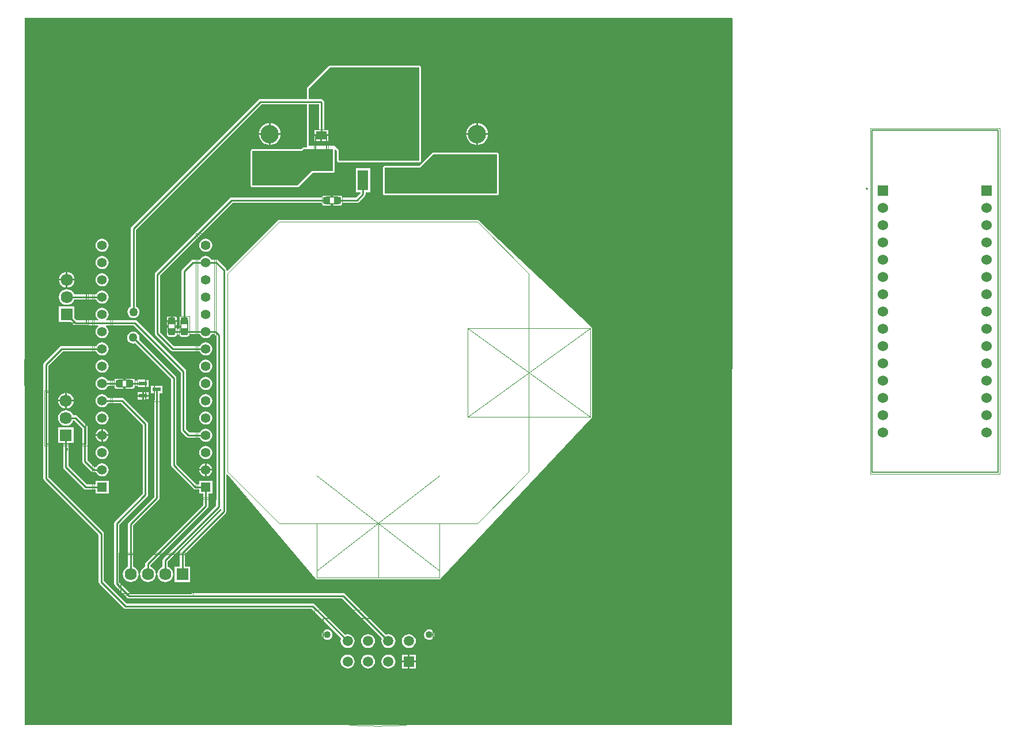
<source format=gtl>
G04*
G04 #@! TF.GenerationSoftware,Altium Limited,Altium Designer,20.0.10 (225)*
G04*
G04 Layer_Physical_Order=1*
G04 Layer_Color=255*
%FSLAX25Y25*%
%MOIN*%
G70*
G01*
G75*
%ADD10C,0.01181*%
%ADD11C,0.00787*%
%ADD12C,0.00500*%
%ADD13C,0.00600*%
%ADD14C,0.01000*%
%ADD15C,0.00050*%
%ADD16C,0.00394*%
%ADD17C,0.00197*%
G04:AMPARAMS|DCode=18|XSize=37.01mil|YSize=40.16mil|CornerRadius=3.7mil|HoleSize=0mil|Usage=FLASHONLY|Rotation=270.000|XOffset=0mil|YOffset=0mil|HoleType=Round|Shape=RoundedRectangle|*
%AMROUNDEDRECTD18*
21,1,0.03701,0.03276,0,0,270.0*
21,1,0.02961,0.04016,0,0,270.0*
1,1,0.00740,-0.01638,-0.01480*
1,1,0.00740,-0.01638,0.01480*
1,1,0.00740,0.01638,0.01480*
1,1,0.00740,0.01638,-0.01480*
%
%ADD18ROUNDEDRECTD18*%
%ADD19R,0.05906X0.04921*%
G04:AMPARAMS|DCode=20|XSize=37.01mil|YSize=40.16mil|CornerRadius=3.7mil|HoleSize=0mil|Usage=FLASHONLY|Rotation=0.000|XOffset=0mil|YOffset=0mil|HoleType=Round|Shape=RoundedRectangle|*
%AMROUNDEDRECTD20*
21,1,0.03701,0.03276,0,0,0.0*
21,1,0.02961,0.04016,0,0,0.0*
1,1,0.00740,0.01480,-0.01638*
1,1,0.00740,-0.01480,-0.01638*
1,1,0.00740,-0.01480,0.01638*
1,1,0.00740,0.01480,0.01638*
%
%ADD20ROUNDEDRECTD20*%
%ADD21R,0.26378X0.26378*%
%ADD22R,0.06299X0.11811*%
%ADD23R,0.04646X0.02402*%
%ADD42C,0.07028*%
%ADD43R,0.07028X0.07028*%
%ADD44C,0.06024*%
%ADD45R,0.06024X0.06024*%
%ADD46C,0.10630*%
%ADD47C,0.05472*%
%ADD48R,0.05472X0.05472*%
%ADD49R,0.05984X0.05984*%
%ADD50C,0.05984*%
%ADD51C,0.04016*%
%ADD52R,0.07028X0.07028*%
%ADD53C,0.05000*%
G36*
X441002Y441572D02*
X441355Y441219D01*
X440941Y32124D01*
X31699Y32124D01*
X31699Y441572D01*
X441002Y441572D01*
D02*
G37*
%LPC*%
G36*
X294000Y380639D02*
Y374843D01*
X299796D01*
X299724Y375581D01*
X299362Y376771D01*
X298776Y377868D01*
X297987Y378830D01*
X297025Y379619D01*
X295928Y380205D01*
X294738Y380566D01*
X294000Y380639D01*
D02*
G37*
G36*
X174000D02*
Y374843D01*
X179796D01*
X179724Y375581D01*
X179362Y376771D01*
X178776Y377868D01*
X177987Y378830D01*
X177025Y379619D01*
X175928Y380205D01*
X174738Y380566D01*
X174000Y380639D01*
D02*
G37*
G36*
X293000D02*
X292262Y380566D01*
X291072Y380205D01*
X289975Y379619D01*
X289013Y378830D01*
X288224Y377868D01*
X287637Y376771D01*
X287276Y375581D01*
X287204Y374843D01*
X293000D01*
Y380639D01*
D02*
G37*
G36*
X173000D02*
X172262Y380566D01*
X171072Y380205D01*
X169975Y379619D01*
X169013Y378830D01*
X168224Y377868D01*
X167638Y376771D01*
X167276Y375581D01*
X167204Y374843D01*
X173000D01*
Y380639D01*
D02*
G37*
G36*
X299796Y373843D02*
X294000D01*
Y368046D01*
X294738Y368119D01*
X295928Y368480D01*
X297025Y369066D01*
X297987Y369856D01*
X298776Y370817D01*
X299362Y371914D01*
X299724Y373105D01*
X299796Y373843D01*
D02*
G37*
G36*
X179796D02*
X174000D01*
Y368046D01*
X174738Y368119D01*
X175928Y368480D01*
X177025Y369066D01*
X177987Y369856D01*
X178776Y370817D01*
X179362Y371914D01*
X179724Y373105D01*
X179796Y373843D01*
D02*
G37*
G36*
X293000D02*
X287204D01*
X287276Y373105D01*
X287637Y371914D01*
X288224Y370817D01*
X289013Y369856D01*
X289975Y369066D01*
X291072Y368480D01*
X292262Y368119D01*
X293000Y368046D01*
Y373843D01*
D02*
G37*
G36*
X173000D02*
X167204D01*
X167276Y373105D01*
X167638Y371914D01*
X168224Y370817D01*
X169013Y369856D01*
X169975Y369066D01*
X171072Y368480D01*
X172262Y368119D01*
X173000Y368046D01*
Y373843D01*
D02*
G37*
G36*
X260000Y414020D02*
X208276D01*
X207885Y413942D01*
X207555Y413721D01*
X195279Y401445D01*
X195058Y401115D01*
X194980Y400724D01*
Y394529D01*
X168000D01*
X167415Y394413D01*
X166919Y394081D01*
X93543Y320706D01*
X93211Y320210D01*
X93095Y319624D01*
Y274481D01*
X92859Y274384D01*
X92128Y273823D01*
X91567Y273092D01*
X91214Y272240D01*
X91094Y271326D01*
X91214Y270413D01*
X91567Y269561D01*
X92128Y268830D01*
X92859Y268269D01*
X93711Y267917D01*
X94624Y267796D01*
X95538Y267917D01*
X96389Y268269D01*
X97120Y268830D01*
X97681Y269561D01*
X98034Y270413D01*
X98154Y271326D01*
X98034Y272240D01*
X97681Y273092D01*
X97120Y273823D01*
X96389Y274384D01*
X96154Y274481D01*
Y318991D01*
X168633Y391471D01*
X194980D01*
X194980Y367500D01*
X195058Y367110D01*
X195118Y367020D01*
X194851Y366520D01*
X193000D01*
X192610Y366442D01*
X192279Y366221D01*
X191578Y365520D01*
X163500D01*
X163110Y365442D01*
X162779Y365221D01*
X162558Y364890D01*
X162480Y364500D01*
Y344500D01*
X162558Y344110D01*
X162779Y343779D01*
X163110Y343558D01*
X163500Y343480D01*
X189500D01*
X189890Y343558D01*
X190221Y343779D01*
X198422Y351980D01*
X210000D01*
X210390Y352058D01*
X210721Y352279D01*
X210942Y352610D01*
X211020Y353000D01*
Y365331D01*
X211465Y365552D01*
X211502Y365556D01*
X212480Y364578D01*
Y359000D01*
X212558Y358610D01*
X212779Y358279D01*
X213110Y358058D01*
X213500Y357980D01*
X260000Y357980D01*
X260390Y358058D01*
X260721Y358279D01*
X260942Y358610D01*
X261020Y359000D01*
X261020Y413000D01*
X260942Y413390D01*
X260721Y413721D01*
X260390Y413942D01*
X260000Y414020D01*
D02*
G37*
G36*
X268000Y363520D02*
X267610Y363442D01*
X267279Y363221D01*
X260078Y356020D01*
X240000D01*
X239610Y355942D01*
X239279Y355721D01*
X239058Y355390D01*
X238980Y355000D01*
Y340000D01*
X239058Y339610D01*
X239279Y339279D01*
X239610Y339058D01*
X240000Y338980D01*
X305000D01*
X305390Y339058D01*
X305721Y339279D01*
X305942Y339610D01*
X306020Y340000D01*
Y362500D01*
X305942Y362890D01*
X305721Y363221D01*
X305390Y363442D01*
X305000Y363520D01*
X268000Y363520D01*
D02*
G37*
G36*
X231594Y354457D02*
X223295D01*
Y340646D01*
X225916D01*
Y340078D01*
X223366Y337529D01*
X215488D01*
Y337638D01*
X215381Y338172D01*
X215078Y338626D01*
X214625Y338928D01*
X214090Y339035D01*
X211130D01*
X210595Y338928D01*
X210142Y338626D01*
X209839Y338172D01*
X209755Y337748D01*
X209245D01*
X209161Y338172D01*
X208858Y338626D01*
X208405Y338928D01*
X207870Y339035D01*
X204909D01*
X204375Y338928D01*
X203922Y338626D01*
X203619Y338172D01*
X203513Y337638D01*
Y337529D01*
X151500D01*
X150915Y337413D01*
X150419Y337081D01*
X107419Y294081D01*
X107087Y293585D01*
X106971Y293000D01*
Y259000D01*
X107087Y258415D01*
X107419Y257919D01*
X116419Y248919D01*
X116915Y248587D01*
X117500Y248471D01*
X133089D01*
X133236Y248116D01*
X133835Y247335D01*
X134616Y246736D01*
X135525Y246360D01*
X136500Y246232D01*
X137475Y246360D01*
X138384Y246736D01*
X139165Y247335D01*
X139764Y248116D01*
X140140Y249025D01*
X140269Y250000D01*
X140140Y250975D01*
X139764Y251884D01*
X139165Y252665D01*
X138384Y253264D01*
X137475Y253640D01*
X136500Y253768D01*
X135525Y253640D01*
X134616Y253264D01*
X133835Y252665D01*
X133236Y251884D01*
X133089Y251529D01*
X118133D01*
X110029Y259633D01*
Y292367D01*
X152134Y334471D01*
X203513D01*
Y334362D01*
X203619Y333828D01*
X203922Y333374D01*
X204375Y333072D01*
X204909Y332965D01*
X207870D01*
X208405Y333072D01*
X208858Y333374D01*
X209161Y333828D01*
X209245Y334252D01*
X209755D01*
X209839Y333828D01*
X210142Y333374D01*
X210595Y333072D01*
X211130Y332965D01*
X214090D01*
X214625Y333072D01*
X215078Y333374D01*
X215381Y333828D01*
X215488Y334362D01*
Y334471D01*
X224000D01*
X224585Y334587D01*
X225081Y334919D01*
X228526Y338363D01*
X228858Y338860D01*
X228974Y339445D01*
Y340646D01*
X231594D01*
Y354457D01*
D02*
G37*
G36*
X136500Y313769D02*
X135525Y313640D01*
X134616Y313264D01*
X133835Y312665D01*
X133236Y311884D01*
X132860Y310975D01*
X132731Y310000D01*
X132860Y309025D01*
X133236Y308116D01*
X133835Y307335D01*
X134616Y306736D01*
X135525Y306360D01*
X136500Y306231D01*
X137475Y306360D01*
X138384Y306736D01*
X139165Y307335D01*
X139764Y308116D01*
X140140Y309025D01*
X140269Y310000D01*
X140140Y310975D01*
X139764Y311884D01*
X139165Y312665D01*
X138384Y313264D01*
X137475Y313640D01*
X136500Y313769D01*
D02*
G37*
G36*
X76500D02*
X75525Y313640D01*
X74616Y313264D01*
X73835Y312665D01*
X73236Y311884D01*
X72860Y310975D01*
X72732Y310000D01*
X72860Y309025D01*
X73236Y308116D01*
X73835Y307335D01*
X74616Y306736D01*
X75525Y306360D01*
X76500Y306231D01*
X77475Y306360D01*
X78384Y306736D01*
X79165Y307335D01*
X79764Y308116D01*
X80140Y309025D01*
X80269Y310000D01*
X80140Y310975D01*
X79764Y311884D01*
X79165Y312665D01*
X78384Y313264D01*
X77475Y313640D01*
X76500Y313769D01*
D02*
G37*
G36*
Y303768D02*
X75525Y303640D01*
X74616Y303264D01*
X73835Y302665D01*
X73236Y301884D01*
X72860Y300975D01*
X72732Y300000D01*
X72860Y299025D01*
X73236Y298116D01*
X73835Y297335D01*
X74616Y296736D01*
X75525Y296360D01*
X76500Y296232D01*
X77475Y296360D01*
X78384Y296736D01*
X79165Y297335D01*
X79764Y298116D01*
X80140Y299025D01*
X80269Y300000D01*
X80140Y300975D01*
X79764Y301884D01*
X79165Y302665D01*
X78384Y303264D01*
X77475Y303640D01*
X76500Y303768D01*
D02*
G37*
G36*
X178906Y324496D02*
X178684Y324452D01*
X178516Y324419D01*
X178516Y324419D01*
X178516Y324419D01*
X178331Y324295D01*
X178185Y324198D01*
X148991Y295015D01*
X148529Y295206D01*
Y295500D01*
X148413Y296085D01*
X148081Y296581D01*
X143581Y301081D01*
X143085Y301413D01*
X142500Y301529D01*
X139911D01*
X139764Y301884D01*
X139165Y302665D01*
X138384Y303264D01*
X137475Y303640D01*
X136500Y303768D01*
X135525Y303640D01*
X134616Y303264D01*
X133835Y302665D01*
X133236Y301884D01*
X133089Y301529D01*
X129000D01*
X128415Y301413D01*
X127919Y301081D01*
X122919Y296081D01*
X122587Y295585D01*
X122471Y295000D01*
Y268987D01*
X122362D01*
X121828Y268881D01*
X121374Y268578D01*
X121072Y268125D01*
X120965Y267590D01*
Y264630D01*
X121072Y264095D01*
X121374Y263642D01*
X121828Y263339D01*
X122252Y263255D01*
Y262745D01*
X121828Y262661D01*
X121374Y262358D01*
X121072Y261905D01*
X120975Y261419D01*
X119843D01*
X119746Y261905D01*
X119444Y262358D01*
X118990Y262661D01*
X118566Y262745D01*
Y263255D01*
X118990Y263339D01*
X119444Y263642D01*
X119746Y264095D01*
X119853Y264630D01*
Y265610D01*
X116818D01*
X113783D01*
Y264630D01*
X113890Y264095D01*
X114192Y263642D01*
X114646Y263339D01*
X115070Y263255D01*
Y262745D01*
X114646Y262661D01*
X114192Y262358D01*
X113890Y261905D01*
X113783Y261370D01*
Y258410D01*
X113890Y257875D01*
X114192Y257422D01*
X114646Y257119D01*
X115180Y257013D01*
X118456D01*
X118990Y257119D01*
X119444Y257422D01*
X119746Y257875D01*
X119843Y258360D01*
X120975D01*
X121072Y257875D01*
X121374Y257422D01*
X121828Y257119D01*
X122362Y257013D01*
X125638D01*
X126172Y257119D01*
X126626Y257422D01*
X126928Y257875D01*
X127035Y258410D01*
Y258416D01*
X133112D01*
X133236Y258116D01*
X133835Y257335D01*
X134616Y256736D01*
X135525Y256360D01*
X136500Y256231D01*
X137475Y256360D01*
X138384Y256736D01*
X139165Y257335D01*
X139764Y258116D01*
X139911Y258471D01*
X141367D01*
X142471Y257366D01*
Y159134D01*
X111919Y128581D01*
X111587Y128085D01*
X111471Y127500D01*
Y123752D01*
X110724Y123443D01*
X109781Y122719D01*
X109057Y121776D01*
X108602Y120678D01*
X108447Y119500D01*
X108602Y118322D01*
X109057Y117224D01*
X109781Y116281D01*
X110724Y115557D01*
X111822Y115102D01*
X113000Y114947D01*
X114178Y115102D01*
X115276Y115557D01*
X116219Y116281D01*
X116943Y117224D01*
X117398Y118322D01*
X117553Y119500D01*
X117398Y120678D01*
X116943Y121776D01*
X116219Y122719D01*
X115276Y123443D01*
X114529Y123752D01*
Y126866D01*
X144971Y157308D01*
X145408Y157171D01*
X145471Y157123D01*
Y156633D01*
X121919Y133081D01*
X121587Y132585D01*
X121471Y132000D01*
Y124014D01*
X118486D01*
Y114986D01*
X127514D01*
Y124014D01*
X124529D01*
Y131367D01*
X148081Y154919D01*
X148413Y155415D01*
X148529Y156000D01*
Y177171D01*
X148999Y177342D01*
X199980Y116861D01*
X200014Y116834D01*
X200038Y116797D01*
X200168Y116710D01*
X200291Y116613D01*
X200333Y116601D01*
X200369Y116576D01*
X200523Y116546D01*
X200673Y116502D01*
X200716Y116507D01*
X200759Y116499D01*
X271678D01*
X271695Y116502D01*
X271712Y116499D01*
X271890Y116541D01*
X272069Y116576D01*
X272083Y116586D01*
X272099Y116589D01*
X272248Y116696D01*
X272399Y116797D01*
X272409Y116811D01*
X272423Y116821D01*
X359654Y209905D01*
X359750Y210060D01*
X359852Y210212D01*
X359855Y210228D01*
X359864Y210243D01*
X359894Y210423D01*
X359929Y210602D01*
Y261836D01*
X359926Y261851D01*
X359929Y261866D01*
X359888Y262045D01*
X359852Y262226D01*
X359843Y262239D01*
X359840Y262253D01*
X359733Y262403D01*
X359631Y262557D01*
X359618Y262565D01*
X359609Y262578D01*
X294277Y324211D01*
X294121Y324308D01*
X293967Y324411D01*
X293952Y324414D01*
X293940Y324422D01*
X293758Y324453D01*
X293577Y324488D01*
X178906Y324496D01*
D02*
G37*
G36*
X56500Y294487D02*
Y290500D01*
X60487D01*
X60398Y291178D01*
X59943Y292276D01*
X59219Y293219D01*
X58276Y293943D01*
X57178Y294398D01*
X56500Y294487D01*
D02*
G37*
G36*
X55500D02*
X54822Y294398D01*
X53724Y293943D01*
X52781Y293219D01*
X52057Y292276D01*
X51602Y291178D01*
X51513Y290500D01*
X55500D01*
Y294487D01*
D02*
G37*
G36*
X76500Y293769D02*
X75525Y293640D01*
X74616Y293264D01*
X73835Y292665D01*
X73236Y291884D01*
X72860Y290975D01*
X72732Y290000D01*
X72860Y289025D01*
X73236Y288116D01*
X73835Y287335D01*
X74616Y286736D01*
X75525Y286360D01*
X76500Y286231D01*
X77475Y286360D01*
X78384Y286736D01*
X79165Y287335D01*
X79764Y288116D01*
X80140Y289025D01*
X80269Y290000D01*
X80140Y290975D01*
X79764Y291884D01*
X79165Y292665D01*
X78384Y293264D01*
X77475Y293640D01*
X76500Y293769D01*
D02*
G37*
G36*
X60487Y289500D02*
X56500D01*
Y285513D01*
X57178Y285602D01*
X58276Y286057D01*
X59219Y286781D01*
X59943Y287724D01*
X60398Y288822D01*
X60487Y289500D01*
D02*
G37*
G36*
X55500D02*
X51513D01*
X51602Y288822D01*
X52057Y287724D01*
X52781Y286781D01*
X53724Y286057D01*
X54822Y285602D01*
X55500Y285513D01*
Y289500D01*
D02*
G37*
G36*
X56000Y284553D02*
X54822Y284398D01*
X53724Y283943D01*
X52781Y283219D01*
X52057Y282276D01*
X51602Y281178D01*
X51447Y280000D01*
X51602Y278822D01*
X52057Y277724D01*
X52781Y276781D01*
X53724Y276057D01*
X54822Y275602D01*
X56000Y275447D01*
X57178Y275602D01*
X58276Y276057D01*
X59219Y276781D01*
X59943Y277724D01*
X60252Y278471D01*
X73089D01*
X73236Y278116D01*
X73835Y277335D01*
X74616Y276736D01*
X75525Y276360D01*
X76500Y276232D01*
X77475Y276360D01*
X78384Y276736D01*
X79165Y277335D01*
X79764Y278116D01*
X80140Y279025D01*
X80269Y280000D01*
X80140Y280975D01*
X79764Y281884D01*
X79165Y282665D01*
X78384Y283264D01*
X77475Y283640D01*
X76500Y283769D01*
X75525Y283640D01*
X74616Y283264D01*
X73835Y282665D01*
X73236Y281884D01*
X73089Y281529D01*
X60252D01*
X59943Y282276D01*
X59219Y283219D01*
X58276Y283943D01*
X57178Y284398D01*
X56000Y284553D01*
D02*
G37*
G36*
X118456Y268987D02*
X117318D01*
Y266610D01*
X119853D01*
Y267590D01*
X119746Y268125D01*
X119444Y268578D01*
X118990Y268881D01*
X118456Y268987D01*
D02*
G37*
G36*
X116318D02*
X115180D01*
X114646Y268881D01*
X114192Y268578D01*
X113890Y268125D01*
X113783Y267590D01*
Y266610D01*
X116318D01*
Y268987D01*
D02*
G37*
G36*
X76500Y253768D02*
X75525Y253640D01*
X74616Y253264D01*
X73835Y252665D01*
X73236Y251884D01*
X73089Y251529D01*
X53000D01*
X52415Y251413D01*
X51919Y251081D01*
X42919Y242081D01*
X42587Y241585D01*
X42471Y241000D01*
Y175000D01*
X42587Y174415D01*
X42919Y173919D01*
X74471Y142367D01*
Y115000D01*
X74587Y114415D01*
X74919Y113919D01*
X88919Y99919D01*
X89415Y99587D01*
X90000Y99471D01*
X197745D01*
X214878Y82337D01*
X214678Y81853D01*
X214540Y80811D01*
X214678Y79769D01*
X215080Y78798D01*
X215720Y77964D01*
X216554Y77324D01*
X217525Y76922D01*
X218567Y76784D01*
X219609Y76922D01*
X220580Y77324D01*
X221414Y77964D01*
X222054Y78798D01*
X222456Y79769D01*
X222593Y80811D01*
X222456Y81853D01*
X222054Y82824D01*
X221414Y83658D01*
X220580Y84298D01*
X219609Y84700D01*
X218567Y84838D01*
X217525Y84700D01*
X217041Y84500D01*
X199459Y102081D01*
X198963Y102413D01*
X198378Y102529D01*
X90633D01*
X77529Y115633D01*
Y143000D01*
X77413Y143585D01*
X77081Y144081D01*
X45529Y175634D01*
Y240367D01*
X53633Y248471D01*
X73089D01*
X73236Y248116D01*
X73835Y247335D01*
X74616Y246736D01*
X75525Y246360D01*
X76500Y246232D01*
X77475Y246360D01*
X78384Y246736D01*
X79165Y247335D01*
X79764Y248116D01*
X80140Y249025D01*
X80269Y250000D01*
X80140Y250975D01*
X79764Y251884D01*
X79165Y252665D01*
X78384Y253264D01*
X77475Y253640D01*
X76500Y253768D01*
D02*
G37*
G36*
X136500Y243769D02*
X135525Y243640D01*
X134616Y243264D01*
X133835Y242665D01*
X133236Y241884D01*
X132860Y240975D01*
X132731Y240000D01*
X132860Y239025D01*
X133236Y238116D01*
X133835Y237335D01*
X134616Y236736D01*
X135525Y236360D01*
X136500Y236231D01*
X137475Y236360D01*
X138384Y236736D01*
X139165Y237335D01*
X139764Y238116D01*
X140140Y239025D01*
X140269Y240000D01*
X140140Y240975D01*
X139764Y241884D01*
X139165Y242665D01*
X138384Y243264D01*
X137475Y243640D01*
X136500Y243769D01*
D02*
G37*
G36*
X76500D02*
X75525Y243640D01*
X74616Y243264D01*
X73835Y242665D01*
X73236Y241884D01*
X72860Y240975D01*
X72732Y240000D01*
X72860Y239025D01*
X73236Y238116D01*
X73835Y237335D01*
X74616Y236736D01*
X75525Y236360D01*
X76500Y236231D01*
X77475Y236360D01*
X78384Y236736D01*
X79165Y237335D01*
X79764Y238116D01*
X80140Y239025D01*
X80269Y240000D01*
X80140Y240975D01*
X79764Y241884D01*
X79165Y242665D01*
X78384Y243264D01*
X77475Y243640D01*
X76500Y243769D01*
D02*
G37*
G36*
Y233769D02*
X75525Y233640D01*
X74616Y233264D01*
X73835Y232665D01*
X73236Y231884D01*
X72860Y230975D01*
X72732Y230000D01*
X72860Y229025D01*
X73236Y228116D01*
X73835Y227335D01*
X74616Y226736D01*
X75525Y226360D01*
X76500Y226232D01*
X77475Y226360D01*
X78384Y226736D01*
X79165Y227335D01*
X79764Y228116D01*
X79911Y228471D01*
X83390D01*
Y228362D01*
X83496Y227828D01*
X83799Y227374D01*
X84252Y227072D01*
X84786Y226965D01*
X87747D01*
X88282Y227072D01*
X88735Y227374D01*
X89038Y227828D01*
X89122Y228252D01*
X89632D01*
X89716Y227828D01*
X90019Y227374D01*
X90472Y227072D01*
X91007Y226965D01*
X93968D01*
X94502Y227072D01*
X94955Y227374D01*
X95258Y227828D01*
X95364Y228362D01*
Y228497D01*
X96805D01*
Y227826D01*
X103451D01*
Y232227D01*
X96805D01*
Y231556D01*
X95364D01*
Y231638D01*
X95258Y232172D01*
X94955Y232626D01*
X94502Y232928D01*
X93968Y233035D01*
X91007D01*
X90472Y232928D01*
X90019Y232626D01*
X89716Y232172D01*
X89632Y231748D01*
X89122D01*
X89038Y232172D01*
X88735Y232626D01*
X88282Y232928D01*
X87747Y233035D01*
X84786D01*
X84252Y232928D01*
X83799Y232626D01*
X83496Y232172D01*
X83390Y231638D01*
Y231529D01*
X79911D01*
X79764Y231884D01*
X79165Y232665D01*
X78384Y233264D01*
X77475Y233640D01*
X76500Y233769D01*
D02*
G37*
G36*
X136500D02*
X135525Y233640D01*
X134616Y233264D01*
X133835Y232665D01*
X133236Y231884D01*
X132860Y230975D01*
X132731Y230000D01*
X132860Y229025D01*
X133236Y228116D01*
X133835Y227335D01*
X134616Y226736D01*
X135525Y226360D01*
X136500Y226232D01*
X137475Y226360D01*
X138384Y226736D01*
X139165Y227335D01*
X139764Y228116D01*
X140140Y229025D01*
X140269Y230000D01*
X140140Y230975D01*
X139764Y231884D01*
X139165Y232665D01*
X138384Y233264D01*
X137475Y233640D01*
X136500Y233769D01*
D02*
G37*
G36*
X103451Y225022D02*
X100628D01*
Y223322D01*
X103451D01*
Y225022D01*
D02*
G37*
G36*
X99628D02*
X96805D01*
Y223322D01*
X99628D01*
Y225022D01*
D02*
G37*
G36*
X103451Y222322D02*
X100628D01*
Y220621D01*
X103451D01*
Y222322D01*
D02*
G37*
G36*
X99628D02*
X96805D01*
Y220621D01*
X99628D01*
Y222322D01*
D02*
G37*
G36*
X56000Y224487D02*
Y220500D01*
X59987D01*
X59898Y221178D01*
X59443Y222276D01*
X58719Y223219D01*
X57776Y223943D01*
X56678Y224398D01*
X56000Y224487D01*
D02*
G37*
G36*
X55000D02*
X54322Y224398D01*
X53224Y223943D01*
X52281Y223219D01*
X51557Y222276D01*
X51102Y221178D01*
X51013Y220500D01*
X55000D01*
Y224487D01*
D02*
G37*
G36*
X136500Y223768D02*
X135525Y223640D01*
X134616Y223264D01*
X133835Y222665D01*
X133236Y221884D01*
X132860Y220975D01*
X132731Y220000D01*
X132860Y219025D01*
X133236Y218116D01*
X133835Y217335D01*
X134616Y216736D01*
X135525Y216360D01*
X136500Y216231D01*
X137475Y216360D01*
X138384Y216736D01*
X139165Y217335D01*
X139764Y218116D01*
X140140Y219025D01*
X140269Y220000D01*
X140140Y220975D01*
X139764Y221884D01*
X139165Y222665D01*
X138384Y223264D01*
X137475Y223640D01*
X136500Y223768D01*
D02*
G37*
G36*
X59987Y219500D02*
X56000D01*
Y215513D01*
X56678Y215602D01*
X57776Y216057D01*
X58719Y216781D01*
X59443Y217724D01*
X59898Y218822D01*
X59987Y219500D01*
D02*
G37*
G36*
X55000D02*
X51013D01*
X51102Y218822D01*
X51557Y217724D01*
X52281Y216781D01*
X53224Y216057D01*
X54322Y215602D01*
X55000Y215513D01*
Y219500D01*
D02*
G37*
G36*
X136500Y213769D02*
X135525Y213640D01*
X134616Y213264D01*
X133835Y212665D01*
X133236Y211884D01*
X132860Y210975D01*
X132731Y210000D01*
X132860Y209025D01*
X133236Y208116D01*
X133835Y207335D01*
X134616Y206736D01*
X135525Y206360D01*
X136500Y206231D01*
X137475Y206360D01*
X138384Y206736D01*
X139165Y207335D01*
X139764Y208116D01*
X140140Y209025D01*
X140269Y210000D01*
X140140Y210975D01*
X139764Y211884D01*
X139165Y212665D01*
X138384Y213264D01*
X137475Y213640D01*
X136500Y213769D01*
D02*
G37*
G36*
X76500D02*
X75525Y213640D01*
X74616Y213264D01*
X73835Y212665D01*
X73236Y211884D01*
X72860Y210975D01*
X72732Y210000D01*
X72860Y209025D01*
X73236Y208116D01*
X73835Y207335D01*
X74616Y206736D01*
X75525Y206360D01*
X76500Y206231D01*
X77475Y206360D01*
X78384Y206736D01*
X79165Y207335D01*
X79764Y208116D01*
X80140Y209025D01*
X80269Y210000D01*
X80140Y210975D01*
X79764Y211884D01*
X79165Y212665D01*
X78384Y213264D01*
X77475Y213640D01*
X76500Y213769D01*
D02*
G37*
G36*
X77000Y203703D02*
Y200500D01*
X80203D01*
X80140Y200975D01*
X79764Y201884D01*
X79165Y202665D01*
X78384Y203264D01*
X77475Y203640D01*
X77000Y203703D01*
D02*
G37*
G36*
X76000D02*
X75525Y203640D01*
X74616Y203264D01*
X73835Y202665D01*
X73236Y201884D01*
X72860Y200975D01*
X72797Y200500D01*
X76000D01*
Y203703D01*
D02*
G37*
G36*
X80203Y199500D02*
X77000D01*
Y196297D01*
X77475Y196360D01*
X78384Y196736D01*
X79165Y197335D01*
X79764Y198116D01*
X80140Y199025D01*
X80203Y199500D01*
D02*
G37*
G36*
X76000D02*
X72797D01*
X72860Y199025D01*
X73236Y198116D01*
X73835Y197335D01*
X74616Y196736D01*
X75525Y196360D01*
X76000Y196297D01*
Y199500D01*
D02*
G37*
G36*
X60514Y274514D02*
X51486D01*
Y265486D01*
X58351D01*
X59919Y263919D01*
X60415Y263587D01*
X61000Y263471D01*
X74064D01*
X74234Y262971D01*
X73835Y262665D01*
X73236Y261884D01*
X72860Y260975D01*
X72732Y260000D01*
X72860Y259025D01*
X73236Y258116D01*
X73835Y257335D01*
X74616Y256736D01*
X75525Y256360D01*
X76500Y256231D01*
X77475Y256360D01*
X78384Y256736D01*
X79165Y257335D01*
X79764Y258116D01*
X80140Y259025D01*
X80269Y260000D01*
X80140Y260975D01*
X79764Y261884D01*
X79165Y262665D01*
X78766Y262971D01*
X78936Y263471D01*
X94867D01*
X121971Y236367D01*
Y203000D01*
X122087Y202415D01*
X122419Y201919D01*
X125419Y198919D01*
X125915Y198587D01*
X126500Y198471D01*
X133089D01*
X133236Y198116D01*
X133835Y197335D01*
X134616Y196736D01*
X135525Y196360D01*
X136500Y196231D01*
X137475Y196360D01*
X138384Y196736D01*
X139165Y197335D01*
X139764Y198116D01*
X140140Y199025D01*
X140269Y200000D01*
X140140Y200975D01*
X139764Y201884D01*
X139165Y202665D01*
X138384Y203264D01*
X137475Y203640D01*
X136500Y203768D01*
X135525Y203640D01*
X134616Y203264D01*
X133835Y202665D01*
X133236Y201884D01*
X133089Y201529D01*
X127134D01*
X125029Y203633D01*
Y237000D01*
X124913Y237585D01*
X124581Y238081D01*
X96581Y266081D01*
X96085Y266413D01*
X95500Y266529D01*
X78936D01*
X78766Y267029D01*
X79165Y267335D01*
X79764Y268116D01*
X80140Y269025D01*
X80269Y270000D01*
X80140Y270975D01*
X79764Y271884D01*
X79165Y272665D01*
X78384Y273264D01*
X77475Y273640D01*
X76500Y273768D01*
X75525Y273640D01*
X74616Y273264D01*
X73835Y272665D01*
X73236Y271884D01*
X72860Y270975D01*
X72732Y270000D01*
X72860Y269025D01*
X73236Y268116D01*
X73835Y267335D01*
X74234Y267029D01*
X74064Y266529D01*
X61633D01*
X60514Y267649D01*
Y274514D01*
D02*
G37*
G36*
X136500Y193769D02*
X135525Y193640D01*
X134616Y193264D01*
X133835Y192665D01*
X133236Y191884D01*
X132860Y190975D01*
X132731Y190000D01*
X132860Y189025D01*
X133236Y188116D01*
X133835Y187335D01*
X134616Y186736D01*
X135525Y186360D01*
X136500Y186232D01*
X137475Y186360D01*
X138384Y186736D01*
X139165Y187335D01*
X139764Y188116D01*
X140140Y189025D01*
X140269Y190000D01*
X140140Y190975D01*
X139764Y191884D01*
X139165Y192665D01*
X138384Y193264D01*
X137475Y193640D01*
X136500Y193769D01*
D02*
G37*
G36*
X76500D02*
X75525Y193640D01*
X74616Y193264D01*
X73835Y192665D01*
X73236Y191884D01*
X72860Y190975D01*
X72732Y190000D01*
X72860Y189025D01*
X73236Y188116D01*
X73835Y187335D01*
X74616Y186736D01*
X75525Y186360D01*
X76500Y186232D01*
X77475Y186360D01*
X78384Y186736D01*
X79165Y187335D01*
X79764Y188116D01*
X80140Y189025D01*
X80269Y190000D01*
X80140Y190975D01*
X79764Y191884D01*
X79165Y192665D01*
X78384Y193264D01*
X77475Y193640D01*
X76500Y193769D01*
D02*
G37*
G36*
X137000Y183703D02*
Y180500D01*
X140203D01*
X140140Y180975D01*
X139764Y181884D01*
X139165Y182665D01*
X138384Y183264D01*
X137475Y183640D01*
X137000Y183703D01*
D02*
G37*
G36*
X136000D02*
X135525Y183640D01*
X134616Y183264D01*
X133835Y182665D01*
X133236Y181884D01*
X132860Y180975D01*
X132797Y180500D01*
X136000D01*
Y183703D01*
D02*
G37*
G36*
X140203Y179500D02*
X137000D01*
Y176297D01*
X137475Y176360D01*
X138384Y176736D01*
X139165Y177335D01*
X139764Y178116D01*
X140140Y179025D01*
X140203Y179500D01*
D02*
G37*
G36*
X136000D02*
X132797D01*
X132860Y179025D01*
X133236Y178116D01*
X133835Y177335D01*
X134616Y176736D01*
X135525Y176360D01*
X136000Y176297D01*
Y179500D01*
D02*
G37*
G36*
X55500Y214553D02*
X54322Y214398D01*
X53224Y213943D01*
X52281Y213219D01*
X51557Y212276D01*
X51102Y211178D01*
X50947Y210000D01*
X51102Y208822D01*
X51557Y207724D01*
X52281Y206781D01*
X53224Y206057D01*
X54322Y205602D01*
X55500Y205447D01*
X56678Y205602D01*
X57776Y206057D01*
X58719Y206781D01*
X59443Y207724D01*
X59752Y208471D01*
X60366D01*
X64971Y203867D01*
Y185000D01*
X65087Y184415D01*
X65419Y183919D01*
X70419Y178919D01*
X70915Y178587D01*
X71500Y178471D01*
X73089D01*
X73236Y178116D01*
X73835Y177335D01*
X74616Y176736D01*
X75525Y176360D01*
X76500Y176232D01*
X77475Y176360D01*
X78384Y176736D01*
X79165Y177335D01*
X79764Y178116D01*
X80140Y179025D01*
X80269Y180000D01*
X80140Y180975D01*
X79764Y181884D01*
X79165Y182665D01*
X78384Y183264D01*
X77475Y183640D01*
X76500Y183768D01*
X75525Y183640D01*
X74616Y183264D01*
X73835Y182665D01*
X73236Y181884D01*
X73089Y181529D01*
X72133D01*
X68029Y185634D01*
Y204500D01*
X67913Y205085D01*
X67581Y205581D01*
X62081Y211081D01*
X61585Y211413D01*
X61000Y211529D01*
X59752D01*
X59443Y212276D01*
X58719Y213219D01*
X57776Y213943D01*
X56678Y214398D01*
X55500Y214553D01*
D02*
G37*
G36*
X60014Y204514D02*
X50986D01*
Y195486D01*
X53971D01*
Y181500D01*
X54087Y180915D01*
X54419Y180419D01*
X65919Y168919D01*
X66415Y168587D01*
X67000Y168471D01*
X72764D01*
Y166264D01*
X80236D01*
Y173736D01*
X72764D01*
Y171529D01*
X67633D01*
X57029Y182133D01*
Y195486D01*
X60014D01*
Y204514D01*
D02*
G37*
G36*
X94500Y260030D02*
X93586Y259910D01*
X92735Y259557D01*
X92004Y258996D01*
X91443Y258265D01*
X91090Y257414D01*
X90970Y256500D01*
X91090Y255586D01*
X91443Y254735D01*
X92004Y254004D01*
X92735Y253443D01*
X93586Y253090D01*
X94500Y252970D01*
X95414Y253090D01*
X95649Y253188D01*
X116471Y232366D01*
Y182500D01*
X116587Y181915D01*
X116919Y181419D01*
X129419Y168919D01*
X129915Y168587D01*
X130500Y168471D01*
X132764D01*
Y166264D01*
X134971D01*
Y159634D01*
X101919Y126581D01*
X101587Y126085D01*
X101471Y125500D01*
Y123752D01*
X100724Y123443D01*
X99781Y122719D01*
X99057Y121776D01*
X98602Y120678D01*
X98447Y119500D01*
X98602Y118322D01*
X99057Y117224D01*
X99781Y116281D01*
X100724Y115557D01*
X101822Y115102D01*
X103000Y114947D01*
X104178Y115102D01*
X105276Y115557D01*
X106219Y116281D01*
X106943Y117224D01*
X107398Y118322D01*
X107553Y119500D01*
X107398Y120678D01*
X106943Y121776D01*
X106219Y122719D01*
X105276Y123443D01*
X104529Y123752D01*
Y124866D01*
X137581Y157919D01*
X137913Y158415D01*
X138029Y159000D01*
Y166264D01*
X140236D01*
Y173736D01*
X132764D01*
Y171529D01*
X131133D01*
X119529Y183133D01*
Y233000D01*
X119413Y233585D01*
X119081Y234081D01*
X97812Y255351D01*
X97910Y255586D01*
X98030Y256500D01*
X97910Y257414D01*
X97557Y258265D01*
X96996Y258996D01*
X96265Y259557D01*
X95414Y259910D01*
X94500Y260030D01*
D02*
G37*
G36*
X111522Y228625D02*
X104876D01*
Y224223D01*
X106669D01*
Y164332D01*
X91919Y149581D01*
X91587Y149085D01*
X91471Y148500D01*
Y123752D01*
X90724Y123443D01*
X89781Y122719D01*
X89057Y121776D01*
X88602Y120678D01*
X88447Y119500D01*
X88602Y118322D01*
X89057Y117224D01*
X89781Y116281D01*
X90724Y115557D01*
X91822Y115102D01*
X93000Y114947D01*
X94178Y115102D01*
X95276Y115557D01*
X96219Y116281D01*
X96943Y117224D01*
X97398Y118322D01*
X97553Y119500D01*
X97398Y120678D01*
X96943Y121776D01*
X96219Y122719D01*
X95276Y123443D01*
X94529Y123752D01*
Y147866D01*
X109280Y162617D01*
X109612Y163114D01*
X109728Y163699D01*
Y224223D01*
X111522D01*
Y228625D01*
D02*
G37*
G36*
X265811Y87546D02*
X265026Y87442D01*
X264294Y87139D01*
X263666Y86657D01*
X263184Y86029D01*
X262881Y85297D01*
X262777Y84512D01*
X262881Y83727D01*
X263184Y82995D01*
X263666Y82367D01*
X264294Y81884D01*
X265026Y81581D01*
X265811Y81478D01*
X266596Y81581D01*
X267328Y81884D01*
X267956Y82367D01*
X268438Y82995D01*
X268741Y83727D01*
X268845Y84512D01*
X268741Y85297D01*
X268438Y86029D01*
X267956Y86657D01*
X267328Y87139D01*
X266596Y87442D01*
X265811Y87546D01*
D02*
G37*
G36*
X206756D02*
X205971Y87442D01*
X205239Y87139D01*
X204611Y86657D01*
X204129Y86029D01*
X203825Y85297D01*
X203722Y84512D01*
X203825Y83727D01*
X204129Y82995D01*
X204611Y82367D01*
X205239Y81884D01*
X205971Y81581D01*
X206756Y81478D01*
X207541Y81581D01*
X208273Y81884D01*
X208901Y82367D01*
X209383Y82995D01*
X209686Y83727D01*
X209790Y84512D01*
X209686Y85297D01*
X209383Y86029D01*
X208901Y86657D01*
X208273Y87139D01*
X207541Y87442D01*
X206756Y87546D01*
D02*
G37*
G36*
X254000Y84838D02*
X252958Y84700D01*
X251987Y84298D01*
X251153Y83658D01*
X250513Y82824D01*
X250111Y81853D01*
X249973Y80811D01*
X250111Y79769D01*
X250513Y78798D01*
X251153Y77964D01*
X251987Y77324D01*
X252958Y76922D01*
X254000Y76784D01*
X255042Y76922D01*
X256013Y77324D01*
X256847Y77964D01*
X257487Y78798D01*
X257889Y79769D01*
X258027Y80811D01*
X257889Y81853D01*
X257487Y82824D01*
X256847Y83658D01*
X256013Y84298D01*
X255042Y84700D01*
X254000Y84838D01*
D02*
G37*
G36*
X76500Y223768D02*
X75525Y223640D01*
X74616Y223264D01*
X73835Y222665D01*
X73236Y221884D01*
X72860Y220975D01*
X72732Y220000D01*
X72860Y219025D01*
X73236Y218116D01*
X73835Y217335D01*
X74616Y216736D01*
X75525Y216360D01*
X76500Y216231D01*
X77475Y216360D01*
X78384Y216736D01*
X79165Y217335D01*
X79764Y218116D01*
X79911Y218471D01*
X87366D01*
X99971Y205867D01*
Y166133D01*
X83919Y150081D01*
X83587Y149585D01*
X83471Y149000D01*
Y114000D01*
X83587Y113415D01*
X83919Y112919D01*
X90919Y105919D01*
X91415Y105587D01*
X92000Y105471D01*
X215367D01*
X238500Y82337D01*
X238300Y81853D01*
X238162Y80811D01*
X238300Y79769D01*
X238702Y78798D01*
X239342Y77964D01*
X240176Y77324D01*
X241147Y76922D01*
X242189Y76784D01*
X243231Y76922D01*
X244202Y77324D01*
X245036Y77964D01*
X245676Y78798D01*
X246078Y79769D01*
X246216Y80811D01*
X246078Y81853D01*
X245676Y82824D01*
X245036Y83658D01*
X244202Y84298D01*
X243231Y84700D01*
X242189Y84838D01*
X241147Y84700D01*
X240663Y84500D01*
X217081Y108081D01*
X216585Y108413D01*
X216000Y108529D01*
X92633D01*
X86529Y114634D01*
Y148366D01*
X102581Y164419D01*
X102913Y164915D01*
X103029Y165500D01*
Y206500D01*
X102913Y207085D01*
X102581Y207581D01*
X89081Y221081D01*
X88585Y221413D01*
X88000Y221529D01*
X79911D01*
X79764Y221884D01*
X79165Y222665D01*
X78384Y223264D01*
X77475Y223640D01*
X76500Y223768D01*
D02*
G37*
G36*
X230378Y84838D02*
X229336Y84700D01*
X228365Y84298D01*
X227531Y83658D01*
X226891Y82824D01*
X226489Y81853D01*
X226351Y80811D01*
X226489Y79769D01*
X226891Y78798D01*
X227531Y77964D01*
X228365Y77324D01*
X229336Y76922D01*
X230378Y76784D01*
X231420Y76922D01*
X232391Y77324D01*
X233225Y77964D01*
X233865Y78798D01*
X234267Y79769D01*
X234404Y80811D01*
X234267Y81853D01*
X233865Y82824D01*
X233225Y83658D01*
X232391Y84298D01*
X231420Y84700D01*
X230378Y84838D01*
D02*
G37*
G36*
X257992Y72992D02*
X254500D01*
Y69500D01*
X257992D01*
Y72992D01*
D02*
G37*
G36*
X253500D02*
X250008D01*
Y69500D01*
X253500D01*
Y72992D01*
D02*
G37*
G36*
X257992Y68500D02*
X254500D01*
Y65008D01*
X257992D01*
Y68500D01*
D02*
G37*
G36*
X253500D02*
X250008D01*
Y65008D01*
X253500D01*
Y68500D01*
D02*
G37*
G36*
X242189Y73027D02*
X241147Y72889D01*
X240176Y72487D01*
X239342Y71847D01*
X238702Y71013D01*
X238300Y70042D01*
X238162Y69000D01*
X238300Y67958D01*
X238702Y66987D01*
X239342Y66153D01*
X240176Y65513D01*
X241147Y65111D01*
X242189Y64973D01*
X243231Y65111D01*
X244202Y65513D01*
X245036Y66153D01*
X245676Y66987D01*
X246078Y67958D01*
X246216Y69000D01*
X246078Y70042D01*
X245676Y71013D01*
X245036Y71847D01*
X244202Y72487D01*
X243231Y72889D01*
X242189Y73027D01*
D02*
G37*
G36*
X230378D02*
X229336Y72889D01*
X228365Y72487D01*
X227531Y71847D01*
X226891Y71013D01*
X226489Y70042D01*
X226351Y69000D01*
X226489Y67958D01*
X226891Y66987D01*
X227531Y66153D01*
X228365Y65513D01*
X229336Y65111D01*
X230378Y64973D01*
X231420Y65111D01*
X232391Y65513D01*
X233225Y66153D01*
X233865Y66987D01*
X234267Y67958D01*
X234404Y69000D01*
X234267Y70042D01*
X233865Y71013D01*
X233225Y71847D01*
X232391Y72487D01*
X231420Y72889D01*
X230378Y73027D01*
D02*
G37*
G36*
X218567D02*
X217525Y72889D01*
X216554Y72487D01*
X215720Y71847D01*
X215080Y71013D01*
X214678Y70042D01*
X214540Y69000D01*
X214678Y67958D01*
X215080Y66987D01*
X215720Y66153D01*
X216554Y65513D01*
X217525Y65111D01*
X218567Y64973D01*
X219609Y65111D01*
X220580Y65513D01*
X221414Y66153D01*
X222054Y66987D01*
X222456Y67958D01*
X222593Y69000D01*
X222456Y70042D01*
X222054Y71013D01*
X221414Y71847D01*
X220580Y72487D01*
X219609Y72889D01*
X218567Y73027D01*
D02*
G37*
%LPD*%
G36*
X260000Y359000D02*
X213500Y359000D01*
Y365000D01*
X211000Y367500D01*
X196000D01*
X196000Y391471D01*
X201971D01*
Y377057D01*
X199347D01*
Y374096D01*
X203299D01*
X207252D01*
Y377057D01*
X205029D01*
Y392414D01*
X204913Y393000D01*
X204581Y393496D01*
X203996Y394081D01*
X203500Y394413D01*
X202914Y394529D01*
X196000D01*
Y400724D01*
X208276Y413000D01*
X260000D01*
X260000Y359000D01*
D02*
G37*
G36*
X210000Y353000D02*
X198000D01*
X189500Y344500D01*
X163500D01*
Y364500D01*
X192000D01*
X193000Y365500D01*
X210000D01*
Y353000D01*
D02*
G37*
%LPC*%
G36*
X207252Y373096D02*
X203800D01*
Y370136D01*
X207252D01*
Y373096D01*
D02*
G37*
G36*
X202800D02*
X199347D01*
Y370136D01*
X202800D01*
Y373096D01*
D02*
G37*
%LPD*%
G36*
X305000Y362500D02*
Y340000D01*
X240000D01*
Y355000D01*
X260500D01*
X268000Y362500D01*
X305000Y362500D01*
D02*
G37*
D10*
X56287Y191890D02*
G03*
X56287Y191890I-394J0D01*
G01*
X56787Y261890D02*
G03*
X56787Y261890I-394J0D01*
G01*
X131504Y119894D02*
G03*
X131504Y119894I-394J0D01*
G01*
D11*
X519524Y342622D02*
G03*
X519524Y342622I-394J0D01*
G01*
X136894Y161437D02*
G03*
X136894Y161437I-394J0D01*
G01*
X76894D02*
G03*
X76894Y161437I-394J0D01*
G01*
X100167Y234751D02*
G03*
X100167Y234751I-394J0D01*
G01*
D12*
X44161Y195000D02*
Y225000D01*
X66996D01*
Y195000D02*
Y225000D01*
X44161Y195000D02*
X66996D01*
X118786Y259457D02*
Y266543D01*
X114849Y259457D02*
Y266543D01*
Y259457D02*
X118786D01*
X114849Y266543D02*
X118786D01*
X200150Y373104D02*
X206449D01*
X200150Y360506D02*
X206449D01*
Y373104D01*
X200150Y360506D02*
Y373104D01*
X522004Y376658D02*
X594996D01*
Y178665D02*
Y376658D01*
X522004Y178665D02*
X594996D01*
X522004D02*
Y376658D01*
X205957Y337968D02*
X213043D01*
X205957Y334032D02*
X213043D01*
Y337968D01*
X205957Y334032D02*
Y337968D01*
X44661Y265000D02*
Y295000D01*
X67496D01*
Y265000D02*
Y295000D01*
X44661Y265000D02*
X67496D01*
X204492Y59276D02*
X268075D01*
Y93803D01*
X204492D02*
X268075D01*
X204492Y59276D02*
Y93803D01*
X272228Y67425D02*
Y70575D01*
X269472Y69000D02*
X272228Y70575D01*
X269472Y69000D02*
X272228Y67425D01*
X87500Y108161D02*
X128000D01*
X87500D02*
Y131000D01*
X128000D01*
Y108161D02*
Y131000D01*
X122031Y259457D02*
Y266543D01*
X125969Y259457D02*
Y266543D01*
X122031D02*
X125969D01*
X122031Y259457D02*
X125969D01*
X85834Y231968D02*
X92920D01*
X85834Y228031D02*
X92920D01*
Y231968D01*
X85834Y228031D02*
Y231968D01*
X101604Y232133D02*
X106722D01*
X101604Y220715D02*
Y232133D01*
Y220715D02*
X106722D01*
Y232133D01*
D13*
X226800Y368700D02*
X246200D01*
D14*
X168000Y393000D02*
X202914D01*
X203299Y373596D02*
X203500Y373797D01*
Y392414D01*
X202914Y393000D02*
X203500Y392414D01*
X94624Y319624D02*
X168000Y393000D01*
X94624Y271326D02*
Y319624D01*
X108500Y259000D02*
Y293000D01*
X151500Y336000D02*
X206390D01*
X108500Y293000D02*
X151500Y336000D01*
X117500Y250000D02*
X136500D01*
X108500Y259000D02*
X117500Y250000D01*
X118000Y182500D02*
Y233000D01*
X94500Y256500D02*
X118000Y233000D01*
X130500Y170000D02*
X136500D01*
X118000Y182500D02*
X130500Y170000D01*
X61000Y265000D02*
X95500D01*
X123500Y203000D02*
Y237000D01*
X95500Y265000D02*
X123500Y237000D01*
X113000Y127500D02*
X144000Y158500D01*
Y258000D01*
X147000Y156000D02*
Y295500D01*
X123000Y132000D02*
X147000Y156000D01*
X103000Y125500D02*
X136500Y159000D01*
Y170000D01*
X113000Y119500D02*
Y127500D01*
X198378Y101000D02*
X218567Y80811D01*
X90000Y101000D02*
X198378D01*
X76000Y115000D02*
Y143000D01*
Y115000D02*
X90000Y101000D01*
X44000Y175000D02*
X76000Y143000D01*
X44000Y175000D02*
Y241000D01*
X85000Y114000D02*
X92000Y107000D01*
X216000D01*
X85000Y114000D02*
Y149000D01*
X101500Y165500D01*
X67000Y170000D02*
X76500D01*
X55500Y181500D02*
Y200000D01*
Y181500D02*
X67000Y170000D01*
X53000Y250000D02*
X76500D01*
X44000Y241000D02*
X53000Y250000D01*
X216000Y107000D02*
X242189Y80811D01*
X88000Y220000D02*
X101500Y206500D01*
Y165500D02*
Y206500D01*
X76500Y220000D02*
X88000D01*
X123500Y203000D02*
X126500Y200000D01*
X136500D01*
X56000Y280000D02*
X76500D01*
X56000Y270000D02*
X61000Y265000D01*
X55500Y210000D02*
X61000D01*
X66500Y204500D01*
Y185000D02*
X71500Y180000D01*
X66500Y185000D02*
Y204500D01*
X71500Y180000D02*
X76500D01*
X108199Y163699D02*
Y226424D01*
X93000Y148500D02*
X108199Y163699D01*
X93000Y119500D02*
Y148500D01*
X103000Y119500D02*
Y125500D01*
X123000Y119500D02*
Y132000D01*
X142000Y260000D02*
X144000Y258000D01*
X136500Y260000D02*
X142000D01*
X142500Y300000D02*
X147000Y295500D01*
X136500Y300000D02*
X142500D01*
X129000D02*
X136500D01*
X124000Y266110D02*
Y295000D01*
X129000Y300000D01*
X124000Y259890D02*
X124055Y259945D01*
X136445D01*
X136500Y260000D01*
X116818Y259890D02*
X124000D01*
X212610Y336000D02*
X224000D01*
X227445Y339445D02*
Y347551D01*
X224000Y336000D02*
X227445Y339445D01*
X92487Y230000D02*
X92514Y230026D01*
X100128D01*
X76500Y230000D02*
X86267D01*
D15*
X440970Y236245D02*
G03*
X440970Y236245I-204724J0D01*
G01*
X236245Y117545D02*
Y149041D01*
Y117545D02*
X271678D01*
Y149041D01*
X236245D02*
X271678D01*
X236245Y117545D02*
Y149041D01*
X200812Y117545D02*
X236245D01*
X200812D02*
Y149041D01*
X236245D01*
X288017Y261836D02*
X358883Y210655D01*
X288017D02*
X358883Y261836D01*
Y210655D02*
Y261836D01*
X288017Y210655D02*
X358883D01*
X288017D02*
Y261836D01*
X358883D01*
X200812Y176600D02*
X271678Y121482D01*
X200812D02*
X271678Y176600D01*
X293585Y149041D02*
X323450Y178906D01*
X178906Y149041D02*
X293585D01*
X149041Y178906D02*
X178906Y149041D01*
X149041Y178906D02*
Y293585D01*
X178906Y323450D01*
X293585D01*
X323450Y293585D01*
Y178906D02*
Y293585D01*
D16*
X131750Y316004D02*
X141250D01*
X131750Y163996D02*
Y316004D01*
Y163996D02*
X141250D01*
Y316004D01*
X131750D02*
X141250D01*
X131750Y163996D02*
Y316004D01*
Y163996D02*
X141250D01*
X71750Y316004D02*
X81250D01*
X71750Y163996D02*
Y316004D01*
Y163996D02*
X81250D01*
Y316004D01*
X71750D02*
X81250D01*
X71750Y163996D02*
Y316004D01*
Y163996D02*
X81250D01*
D17*
X43177Y194016D02*
Y225984D01*
X67980D01*
Y194016D02*
Y225984D01*
X43177Y194016D02*
X67980D01*
X119810Y257055D02*
Y268945D01*
X113826Y257055D02*
X119810D01*
X113826D02*
Y268945D01*
X119810D01*
X199166Y377041D02*
X207433D01*
X199166Y356569D02*
Y377041D01*
Y356569D02*
X207433D01*
Y377041D01*
X521020Y377642D02*
X595980D01*
Y177681D02*
Y377642D01*
X521020Y177681D02*
X595980D01*
X521020D02*
Y377642D01*
X203555Y338992D02*
X215445D01*
Y333008D02*
Y338992D01*
X203555Y333008D02*
X215445D01*
X203555D02*
Y338992D01*
X142234Y163012D02*
Y316988D01*
X130766D02*
X142234D01*
X130766Y163012D02*
Y316988D01*
Y163012D02*
X142234D01*
X82234D02*
Y316988D01*
X70766D02*
X82234D01*
X70766Y163012D02*
Y316988D01*
Y163012D02*
X82234D01*
X43677Y264016D02*
Y295984D01*
X68480D01*
Y264016D02*
Y295984D01*
X43677Y264016D02*
X68480D01*
X199492Y98803D02*
X273075D01*
Y54276D02*
Y98803D01*
X199492Y54276D02*
X273075D01*
X199492D02*
Y98803D01*
X86000Y107177D02*
X128984D01*
X86016D02*
Y131980D01*
X86000D02*
X128984D01*
Y107177D02*
Y131980D01*
X121008Y257055D02*
Y268945D01*
X126992D01*
Y257055D02*
Y268945D01*
X121008Y257055D02*
X126992D01*
X83432Y232992D02*
X95322D01*
Y227008D02*
Y232992D01*
X83432Y227008D02*
X95322D01*
X83432D02*
Y232992D01*
X111506Y219731D02*
Y233117D01*
X96821Y219731D02*
X111506D01*
X96821D02*
Y233117D01*
X111506D01*
D18*
X116818Y266110D02*
D03*
Y259890D02*
D03*
X124000D02*
D03*
Y266110D02*
D03*
D19*
X203299Y373596D02*
D03*
Y360014D02*
D03*
D20*
X206390Y336000D02*
D03*
X212610D02*
D03*
X86267Y230000D02*
D03*
X92487D02*
D03*
D21*
X236500Y373500D02*
D03*
D22*
X245555Y347551D02*
D03*
X227445D02*
D03*
D23*
X108199Y226424D02*
D03*
X100128Y222822D02*
D03*
Y230026D02*
D03*
D42*
X55500Y210000D02*
D03*
Y220000D02*
D03*
X56000Y280000D02*
D03*
Y290000D02*
D03*
X93000Y119500D02*
D03*
X113000D02*
D03*
X103000D02*
D03*
D43*
X55500Y200000D02*
D03*
X56000Y270000D02*
D03*
D44*
X528500Y201500D02*
D03*
Y211500D02*
D03*
Y221500D02*
D03*
Y231500D02*
D03*
Y241500D02*
D03*
Y251500D02*
D03*
Y261500D02*
D03*
Y271500D02*
D03*
Y281500D02*
D03*
Y291500D02*
D03*
Y301500D02*
D03*
Y311500D02*
D03*
Y321500D02*
D03*
Y331500D02*
D03*
X588500Y201500D02*
D03*
Y211500D02*
D03*
Y221500D02*
D03*
Y231500D02*
D03*
Y241500D02*
D03*
Y251500D02*
D03*
Y261500D02*
D03*
Y271500D02*
D03*
Y281500D02*
D03*
Y291500D02*
D03*
Y301500D02*
D03*
Y311500D02*
D03*
Y321500D02*
D03*
Y331500D02*
D03*
D45*
X528500Y341500D02*
D03*
X588500D02*
D03*
D46*
X173500Y374342D02*
D03*
Y354658D02*
D03*
X293500Y374342D02*
D03*
Y354658D02*
D03*
D47*
X136500Y310000D02*
D03*
Y300000D02*
D03*
Y290000D02*
D03*
Y280000D02*
D03*
Y270000D02*
D03*
Y260000D02*
D03*
Y250000D02*
D03*
Y240000D02*
D03*
Y230000D02*
D03*
Y220000D02*
D03*
Y210000D02*
D03*
Y200000D02*
D03*
Y190000D02*
D03*
Y180000D02*
D03*
X76500Y310000D02*
D03*
Y300000D02*
D03*
Y290000D02*
D03*
Y280000D02*
D03*
Y270000D02*
D03*
Y260000D02*
D03*
Y250000D02*
D03*
Y240000D02*
D03*
Y230000D02*
D03*
Y220000D02*
D03*
Y210000D02*
D03*
Y200000D02*
D03*
Y190000D02*
D03*
Y180000D02*
D03*
D48*
X136500Y170000D02*
D03*
X76500D02*
D03*
D49*
X254000Y69000D02*
D03*
D50*
X242189D02*
D03*
X230378D02*
D03*
X218567D02*
D03*
X254000Y80811D02*
D03*
X242189D02*
D03*
X230378D02*
D03*
X218567D02*
D03*
D51*
X265811Y84512D02*
D03*
X206756D02*
D03*
D52*
X123000Y119500D02*
D03*
D53*
X94624Y271326D02*
D03*
X94500Y256500D02*
D03*
M02*

</source>
